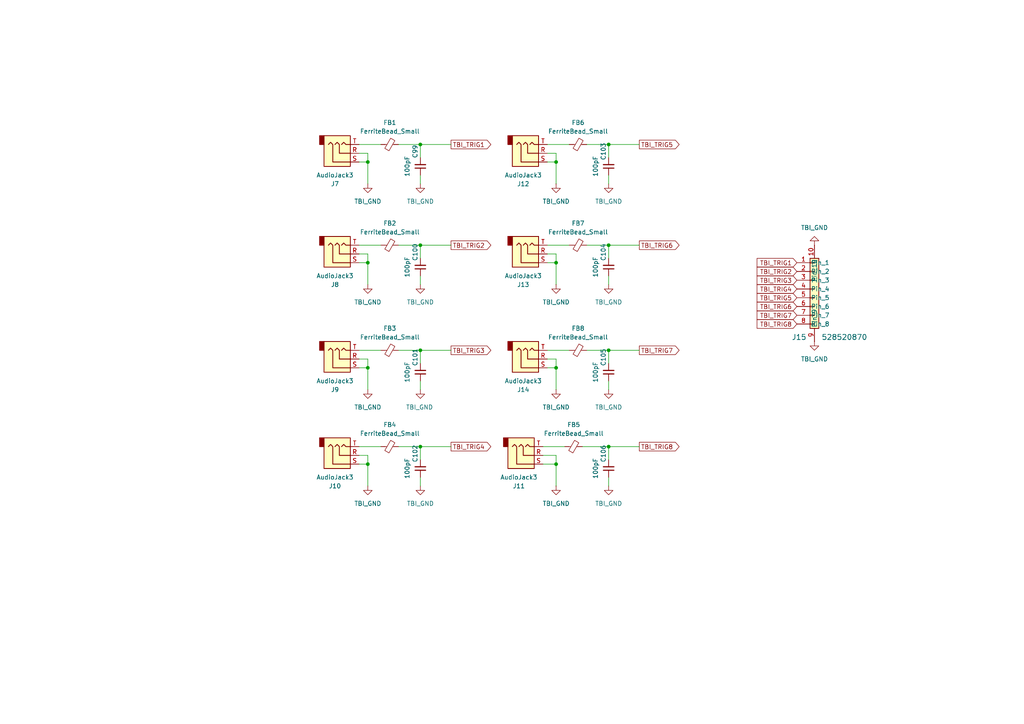
<source format=kicad_sch>
(kicad_sch (version 20231120) (generator "eeschema") (generator_version "8.0")
  (paper "A4")
  (lib_symbols
    (symbol "Connector_Audio:AudioJack3"
      (property "Reference" "J" (at 0 8.89 0))
      (property "Value" "AudioJack3" (at 0 6.35 0))
      (symbol "AudioJack3_0_1"
        (rectangle (start -5.08 -5.08) (end -6.35 -2.54) (stroke (width 0.254)) (fill (type outline)))
        (polyline (pts (xy 0 -2.54) (xy 0.635 -3.175) (xy 1.27 -2.54) (xy 2.54 -2.54)) (stroke (width 0.254)))
        (polyline (pts (xy -1.905 -2.54) (xy -1.27 -3.175) (xy -0.635 -2.54) (xy -0.635 0) (xy 2.54 0)) (stroke (width 0.254)))
        (polyline (pts (xy 2.54 2.54) (xy -2.54 2.54) (xy -2.54 -2.54) (xy -3.175 -3.175) (xy -3.81 -2.54)) (stroke (width 0.254)))
        (rectangle (start 2.54 3.81) (end -5.08 -5.08) (stroke (width 0.254)) (fill (type background)))
      )
      (symbol "AudioJack3_1_1"
        (pin passive line (at 5.08 0 180) (length 2.54) (name "~") (number "R"))
        (pin passive line (at 5.08 2.54 180) (length 2.54) (name "~") (number "S"))
        (pin passive line (at 5.08 -2.54 180) (length 2.54) (name "~") (number "T"))
      )
    )
    (symbol "Device:C_Small" (pin_numbers hide) (pin_names (offset 0.254) hide)
      (property "Reference" "C" (at 0.254 1.778 0))
      (property "Value" "C_Small" (at 0.254 -2.032 0))
      (symbol "C_Small_0_1"
        (polyline (pts (xy -1.524 -0.508) (xy 1.524 -0.508)) (stroke (width 0.3302)))
        (polyline (pts (xy -1.524 0.508) (xy 1.524 0.508)) (stroke (width 0.3048)))
      )
      (symbol "C_Small_1_1"
        (pin passive line (at 0 2.54 270) (length 2.032) (name "~") (number "1"))
        (pin passive line (at 0 -2.54 90) (length 2.032) (name "~") (number "2"))
      )
    )
    (symbol "Device:FerriteBead_Small" (pin_numbers hide) (pin_names (offset 0))
      (property "Reference" "FB" (at 1.905 1.27 0))
      (property "Value" "FerriteBead_Small" (at 1.905 -1.27 0))
      (symbol "FerriteBead_Small_0_1"
        (polyline (pts (xy 0 -1.27) (xy 0 -0.7874)))
        (polyline (pts (xy 0 0.889) (xy 0 1.2954)))
        (polyline (pts (xy -1.8288 0.2794) (xy -1.1176 1.4986) (xy 1.8288 -0.2032) (xy 1.1176 -1.4224) (xy -1.8288 0.2794)))
      )
      (symbol "FerriteBead_Small_1_1"
        (pin passive line (at 0 2.54 270) (length 1.27) (name "~") (number "1"))
        (pin passive line (at 0 -2.54 90) (length 1.27) (name "~") (number "2"))
      )
    )
    (symbol "MOLEX_0528520870:528520870" (pin_names (offset 0.254))
      (property "Reference" "J" (at -2.286 10.668 0))
      (property "Value" "528520870" (at 11.684 10.668 0))
      (symbol "528520870_1_1"
        (rectangle (start 2.54 -10.033) (end 3.81 -10.287) (stroke (width 0.1524)))
        (rectangle (start 2.54 -7.493) (end 3.81 -7.747) (stroke (width 0.1524)))
        (rectangle (start 2.54 -4.953) (end 3.81 -5.207) (stroke (width 0.1524)))
        (rectangle (start 2.54 -2.413) (end 3.81 -2.667) (stroke (width 0.1524)))
        (rectangle (start 2.54 0.127) (end 3.81 -0.127) (stroke (width 0.1524)))
        (rectangle (start 2.54 2.667) (end 3.81 2.413) (stroke (width 0.1524)))
        (rectangle (start 2.54 5.207) (end 3.81 4.953) (stroke (width 0.1524)))
        (rectangle (start 2.54 7.747) (end 3.81 7.493) (stroke (width 0.1524)))
        (rectangle (start 2.54 8.89) (end 5.08 -11.43) (stroke (width 0.254)) (fill (type background)))
        (pin passive line (at -1.27 7.62 0) (length 3.81) (name "Pin_1") (number "1"))
        (pin passive line (at 3.81 12.7 270) (length 3.81) (name "Pin_10") (number "10"))
        (pin passive line (at -1.27 5.08 0) (length 3.81) (name "Pin_2") (number "2"))
        (pin passive line (at -1.27 2.54 0) (length 3.81) (name "Pin_3") (number "3"))
        (pin passive line (at -1.27 0 0) (length 3.81) (name "Pin_4") (number "4"))
        (pin passive line (at -1.27 -2.54 0) (length 3.81) (name "Pin_5") (number "5"))
        (pin passive line (at -1.27 -5.08 0) (length 3.81) (name "Pin_6") (number "6"))
        (pin passive line (at -1.27 -7.62 0) (length 3.81) (name "Pin_7") (number "7"))
        (pin passive line (at -1.27 -10.16 0) (length 3.81) (name "Pin_8") (number "8"))
        (pin passive line (at 3.81 -15.24 90) (length 3.81) (name "Pin_9") (number "9"))
      )
      (symbol "528520870_1_2"
        (polyline (pts (xy 5.08 -20.32) (xy 12.7 -20.32)) (stroke (width 0.127)))
        (polyline (pts (xy 5.08 2.54) (xy 5.08 -20.32)) (stroke (width 0.127)))
        (polyline (pts (xy 7.62 -17.78) (xy 5.08 -17.78)) (stroke (width 0.127)))
        (polyline (pts (xy 7.62 -17.78) (xy 8.89 -18.6267)) (stroke (width 0.127)))
        (polyline (pts (xy 7.62 -17.78) (xy 8.89 -16.9333)) (stroke (width 0.127)))
        (polyline (pts (xy 7.62 -15.24) (xy 5.08 -15.24)) (stroke (width 0.127)))
        (polyline (pts (xy 7.62 -15.24) (xy 8.89 -16.0867)) (stroke (width 0.127)))
        (polyline (pts (xy 7.62 -15.24) (xy 8.89 -14.3933)) (stroke (width 0.127)))
        (polyline (pts (xy 7.62 -12.7) (xy 5.08 -12.7)) (stroke (width 0.127)))
        (polyline (pts (xy 7.62 -12.7) (xy 8.89 -13.5467)) (stroke (width 0.127)))
        (polyline (pts (xy 7.62 -12.7) (xy 8.89 -11.8533)) (stroke (width 0.127)))
        (polyline (pts (xy 7.62 -10.16) (xy 5.08 -10.16)) (stroke (width 0.127)))
        (polyline (pts (xy 7.62 -10.16) (xy 8.89 -11.0067)) (stroke (width 0.127)))
        (polyline (pts (xy 7.62 -10.16) (xy 8.89 -9.3133)) (stroke (width 0.127)))
        (polyline (pts (xy 7.62 -7.62) (xy 5.08 -7.62)) (stroke (width 0.127)))
        (polyline (pts (xy 7.62 -7.62) (xy 8.89 -8.4667)) (stroke (width 0.127)))
        (polyline (pts (xy 7.62 -7.62) (xy 8.89 -6.7733)) (stroke (width 0.127)))
        (polyline (pts (xy 7.62 -5.08) (xy 5.08 -5.08)) (stroke (width 0.127)))
        (polyline (pts (xy 7.62 -5.08) (xy 8.89 -5.9267)) (stroke (width 0.127)))
        (polyline (pts (xy 7.62 -5.08) (xy 8.89 -4.2333)) (stroke (width 0.127)))
        (polyline (pts (xy 7.62 -2.54) (xy 5.08 -2.54)) (stroke (width 0.127)))
        (polyline (pts (xy 7.62 -2.54) (xy 8.89 -3.3867)) (stroke (width 0.127)))
        (polyline (pts (xy 7.62 -2.54) (xy 8.89 -1.6933)) (stroke (width 0.127)))
        (polyline (pts (xy 7.62 0) (xy 5.08 0)) (stroke (width 0.127)))
        (polyline (pts (xy 7.62 0) (xy 8.89 -0.8467)) (stroke (width 0.127)))
        (polyline (pts (xy 7.62 0) (xy 8.89 0.8467)) (stroke (width 0.127)))
        (polyline (pts (xy 12.7 -20.32) (xy 12.7 2.54)) (stroke (width 0.127)))
        (polyline (pts (xy 12.7 2.54) (xy 5.08 2.54)) (stroke (width 0.127)))
        (pin unspecified line (at 0 0 0) (length 5.08) (name "1") (number "1"))
        (pin unspecified line (at 0 -2.54 0) (length 5.08) (name "2") (number "2"))
        (pin unspecified line (at 0 -5.08 0) (length 5.08) (name "3") (number "3"))
        (pin unspecified line (at 0 -7.62 0) (length 5.08) (name "4") (number "4"))
        (pin unspecified line (at 0 -10.16 0) (length 5.08) (name "5") (number "5"))
        (pin unspecified line (at 0 -12.7 0) (length 5.08) (name "6") (number "6"))
        (pin unspecified line (at 0 -15.24 0) (length 5.08) (name "7") (number "7"))
        (pin unspecified line (at 0 -17.78 0) (length 5.08) (name "8") (number "8"))
      )
    )
    (symbol "power:GND" (power) (pin_numbers hide) (pin_names (offset 0) hide)
      (property "Value" "GND" (at 0 -3.81 0))
      (symbol "GND_0_1"
        (polyline (pts (xy 0 0) (xy 0 -1.27) (xy 1.27 -1.27) (xy 0 -2.54) (xy -1.27 -1.27) (xy 0 -1.27)))
      )
      (symbol "GND_1_1"
        (pin power_in line (at 0 0 270) (length 0) (name "~") (number "1"))
      )
    )
  )
  (junction (at 121.92 101.6))
  (junction (at 176.53 41.91))
  (junction (at 106.68 134.62))
  (junction (at 106.68 46.99))
  (junction (at 161.29 134.62))
  (junction (at 106.68 106.68))
  (junction (at 161.29 46.99))
  (junction (at 161.29 106.68))
  (junction (at 106.68 76.2))
  (junction (at 161.29 76.2))
  (junction (at 176.53 71.12))
  (junction (at 121.92 129.54))
  (junction (at 176.53 129.54))
  (junction (at 121.92 71.12))
  (junction (at 176.53 101.6))
  (junction (at 121.92 41.91))
  (wire (pts (xy 104.14 129.54) (xy 110.49 129.54)))
  (wire (pts (xy 106.68 46.99) (xy 106.68 53.34)))
  (wire (pts (xy 106.68 134.62) (xy 106.68 140.97)))
  (wire (pts (xy 157.48 134.62) (xy 161.29 134.62)))
  (wire (pts (xy 104.14 101.6) (xy 110.49 101.6)))
  (wire (pts (xy 161.29 46.99) (xy 161.29 53.34)))
  (wire (pts (xy 121.92 129.54) (xy 115.57 129.54)))
  (wire (pts (xy 104.14 41.91) (xy 110.49 41.91)))
  (wire (pts (xy 121.92 129.54) (xy 121.92 133.35)))
  (wire (pts (xy 176.53 53.34) (xy 176.53 50.8)))
  (wire (pts (xy 106.68 76.2) (xy 106.68 82.55)))
  (wire (pts (xy 158.75 104.14) (xy 161.29 104.14)))
  (wire (pts (xy 176.53 129.54) (xy 185.42 129.54)))
  (wire (pts (xy 176.53 101.6) (xy 176.53 105.41)))
  (wire (pts (xy 176.53 101.6) (xy 185.42 101.6)))
  (wire (pts (xy 121.92 129.54) (xy 130.81 129.54)))
  (wire (pts (xy 161.29 104.14) (xy 161.29 106.68)))
  (wire (pts (xy 176.53 71.12) (xy 185.42 71.12)))
  (wire (pts (xy 176.53 41.91) (xy 185.42 41.91)))
  (wire (pts (xy 176.53 41.91) (xy 170.18 41.91)))
  (wire (pts (xy 106.68 106.68) (xy 106.68 113.03)))
  (wire (pts (xy 170.18 71.12) (xy 176.53 71.12)))
  (wire (pts (xy 115.57 71.12) (xy 121.92 71.12)))
  (wire (pts (xy 104.14 46.99) (xy 106.68 46.99)))
  (wire (pts (xy 158.75 73.66) (xy 161.29 73.66)))
  (wire (pts (xy 170.18 101.6) (xy 176.53 101.6)))
  (wire (pts (xy 104.14 134.62) (xy 106.68 134.62)))
  (wire (pts (xy 104.14 132.08) (xy 106.68 132.08)))
  (wire (pts (xy 161.29 73.66) (xy 161.29 76.2)))
  (wire (pts (xy 161.29 132.08) (xy 161.29 134.62)))
  (wire (pts (xy 161.29 76.2) (xy 161.29 82.55)))
  (wire (pts (xy 158.75 44.45) (xy 161.29 44.45)))
  (wire (pts (xy 176.53 113.03) (xy 176.53 110.49)))
  (wire (pts (xy 158.75 101.6) (xy 165.1 101.6)))
  (wire (pts (xy 104.14 73.66) (xy 106.68 73.66)))
  (wire (pts (xy 121.92 41.91) (xy 130.81 41.91)))
  (wire (pts (xy 121.92 101.6) (xy 115.57 101.6)))
  (wire (pts (xy 158.75 71.12) (xy 165.1 71.12)))
  (wire (pts (xy 121.92 71.12) (xy 121.92 74.93)))
  (wire (pts (xy 106.68 44.45) (xy 106.68 46.99)))
  (wire (pts (xy 121.92 80.01) (xy 121.92 82.55)))
  (wire (pts (xy 161.29 134.62) (xy 161.29 140.97)))
  (wire (pts (xy 115.57 41.91) (xy 121.92 41.91)))
  (wire (pts (xy 104.14 106.68) (xy 106.68 106.68)))
  (wire (pts (xy 106.68 73.66) (xy 106.68 76.2)))
  (wire (pts (xy 176.53 129.54) (xy 176.53 133.35)))
  (wire (pts (xy 168.91 129.54) (xy 176.53 129.54)))
  (wire (pts (xy 157.48 129.54) (xy 163.83 129.54)))
  (wire (pts (xy 158.75 106.68) (xy 161.29 106.68)))
  (wire (pts (xy 104.14 44.45) (xy 106.68 44.45)))
  (wire (pts (xy 157.48 132.08) (xy 161.29 132.08)))
  (wire (pts (xy 104.14 76.2) (xy 106.68 76.2)))
  (wire (pts (xy 121.92 140.97) (xy 121.92 138.43)))
  (wire (pts (xy 104.14 104.14) (xy 106.68 104.14)))
  (wire (pts (xy 161.29 106.68) (xy 161.29 113.03)))
  (wire (pts (xy 161.29 44.45) (xy 161.29 46.99)))
  (wire (pts (xy 176.53 82.55) (xy 176.53 80.01)))
  (wire (pts (xy 106.68 104.14) (xy 106.68 106.68)))
  (wire (pts (xy 158.75 41.91) (xy 165.1 41.91)))
  (wire (pts (xy 104.14 71.12) (xy 110.49 71.12)))
  (wire (pts (xy 121.92 113.03) (xy 121.92 110.49)))
  (wire (pts (xy 176.53 140.97) (xy 176.53 138.43)))
  (wire (pts (xy 106.68 132.08) (xy 106.68 134.62)))
  (wire (pts (xy 176.53 41.91) (xy 176.53 45.72)))
  (wire (pts (xy 121.92 53.34) (xy 121.92 50.8)))
  (wire (pts (xy 121.92 71.12) (xy 130.81 71.12)))
  (wire (pts (xy 121.92 41.91) (xy 121.92 45.72)))
  (wire (pts (xy 121.92 101.6) (xy 121.92 105.41)))
  (wire (pts (xy 176.53 71.12) (xy 176.53 74.93)))
  (wire (pts (xy 121.92 101.6) (xy 130.81 101.6)))
  (wire (pts (xy 158.75 46.99) (xy 161.29 46.99)))
  (wire (pts (xy 158.75 76.2) (xy 161.29 76.2)))
  (global_label "TBI_TRIG6" (shape input) (at 231.14 88.9 180) (property "Intersheetrefs" "${INTERSHEET_REFS}" (effects (hide yes))))
  (global_label "TBI_TRIG4" (shape output) (at 130.81 129.54 0) (property "Intersheetrefs" "${INTERSHEET_REFS}" (effects (hide yes))))
  (global_label "TBI_TRIG6" (shape output) (at 185.42 71.12 0) (property "Intersheetrefs" "${INTERSHEET_REFS}" (effects (hide yes))))
  (global_label "TBI_TRIG2" (shape input) (at 231.14 78.74 180) (property "Intersheetrefs" "${INTERSHEET_REFS}" (effects (hide yes))))
  (global_label "TBI_TRIG4" (shape input) (at 231.14 83.82 180) (property "Intersheetrefs" "${INTERSHEET_REFS}" (effects (hide yes))))
  (global_label "TBI_TRIG3" (shape input) (at 231.14 81.28 180) (property "Intersheetrefs" "${INTERSHEET_REFS}" (effects (hide yes))))
  (global_label "TBI_TRIG7" (shape output) (at 185.42 101.6 0) (property "Intersheetrefs" "${INTERSHEET_REFS}" (effects (hide yes))))
  (global_label "TBI_TRIG8" (shape output) (at 185.42 129.54 0) (property "Intersheetrefs" "${INTERSHEET_REFS}" (effects (hide yes))))
  (global_label "TBI_TRIG7" (shape input) (at 231.14 91.44 180) (property "Intersheetrefs" "${INTERSHEET_REFS}" (effects (hide yes))))
  (global_label "TBI_TRIG1" (shape output) (at 130.81 41.91 0) (property "Intersheetrefs" "${INTERSHEET_REFS}" (effects (hide yes))))
  (global_label "TBI_TRIG5" (shape output) (at 185.42 41.91 0) (property "Intersheetrefs" "${INTERSHEET_REFS}" (effects (hide yes))))
  (global_label "TBI_TRIG3" (shape output) (at 130.81 101.6 0) (property "Intersheetrefs" "${INTERSHEET_REFS}" (effects (hide yes))))
  (global_label "TBI_TRIG1" (shape input) (at 231.14 76.2 180) (property "Intersheetrefs" "${INTERSHEET_REFS}" (effects (hide yes))))
  (global_label "TBI_TRIG5" (shape input) (at 231.14 86.36 180) (property "Intersheetrefs" "${INTERSHEET_REFS}" (effects (hide yes))))
  (global_label "TBI_TRIG8" (shape input) (at 231.14 93.98 180) (property "Intersheetrefs" "${INTERSHEET_REFS}" (effects (hide yes))))
  (global_label "TBI_TRIG2" (shape output) (at 130.81 71.12 0) (property "Intersheetrefs" "${INTERSHEET_REFS}" (effects (hide yes))))
  (symbol (lib_id "power:GND") (at 121.92 82.55 0) (unit 1) (exclude_from_sim yes)
    (property "Reference" "#PWR0147" (effects (hide yes)))
    (property "Value" "TBI_GND" (at 121.92 87.63 0))
    (property "Description" "Power symbol creates a global label with name \"GND\" , ground" (effects (hide yes)))
  )
  (symbol (lib_id "Device:FerriteBead_Small") (at 113.03 129.54 270) (unit 1) (exclude_from_sim yes)
    (property "Reference" "FB4" (at 113.0681 123.19 90))
    (property "Value" "FerriteBead_Small" (at 113.0681 125.73 90))
    (property "Footprint" "Inductor_SMD:L_0603_1608Metric" (effects (hide yes)))
    (property "Description" "Ferrite bead, small symbol" (effects (hide yes)))
    (property "Sim.Library" "SPICE_Models\\BLM21AG601SH1.mod" (effects (hide yes)))
    (property "Sim.Name" "BLM21AG601SH1" (effects (hide yes)))
    (property "Sim.Device" "SUBCKT" (effects (hide yes)))
    (property "Sim.Pins" "1=port1 2=port2" (effects (hide yes)))
    (property "Board" "Trigger Board" (effects (hide yes)))
  )
  (symbol (lib_id "power:GND") (at 106.68 113.03 0) (unit 1) (exclude_from_sim yes)
    (property "Reference" "#PWR0144" (effects (hide yes)))
    (property "Value" "TBI_GND" (at 106.68 118.11 0))
    (property "Description" "Power symbol creates a global label with name \"GND\" , ground" (effects (hide yes)))
  )
  (symbol (lib_id "power:GND") (at 161.29 140.97 0) (unit 1) (exclude_from_sim yes)
    (property "Reference" "#PWR0153" (effects (hide yes)))
    (property "Value" "TBI_GND" (at 161.29 146.05 0))
    (property "Description" "Power symbol creates a global label with name \"GND\" , ground" (effects (hide yes)))
  )
  (symbol (lib_id "power:GND") (at 106.68 82.55 0) (unit 1) (exclude_from_sim yes)
    (property "Reference" "#PWR0143" (effects (hide yes)))
    (property "Value" "TBI_GND" (at 106.68 87.63 0))
    (property "Description" "Power symbol creates a global label with name \"GND\" , ground" (effects (hide yes)))
  )
  (symbol (lib_id "power:GND") (at 121.92 53.34 0) (unit 1) (exclude_from_sim yes)
    (property "Reference" "#PWR0146" (effects (hide yes)))
    (property "Value" "TBI_GND" (at 121.92 58.42 0))
    (property "Description" "Power symbol creates a global label with name \"GND\" , ground" (effects (hide yes)))
  )
  (symbol (lib_id "Device:C_Small") (at 176.53 77.47 180) (unit 1) (exclude_from_sim yes)
    (property "Reference" "C104" (at 175.006 73.152 90))
    (property "Value" "100pF" (at 172.72 77.4637 90))
    (property "Footprint" "Capacitor_SMD:C_0603_1608Metric" (effects (hide yes)))
    (property "Description" "Unpolarized capacitor, small symbol" (effects (hide yes)))
    (property "Board" "Trigger Board" (effects (hide yes)))
  )
  (symbol (lib_id "Connector_Audio:AudioJack3") (at 153.67 73.66 0) (mirror x) (unit 1) (exclude_from_sim yes)
    (property "Reference" "J13" (at 151.765 82.55 0))
    (property "Value" "AudioJack3" (at 151.765 80.01 0))
    (property "Footprint" "Connector_Audio:Jack_3.5mm_CUI_SJ1-3523N_Horizontal" (effects (hide yes)))
    (property "Description" "Audio Jack, 3 Poles (Stereo / TRS)" (effects (hide yes)))
    (property "Board" "Trigger Board" (effects (hide yes)))
  )
  (symbol (lib_id "Device:FerriteBead_Small") (at 113.03 71.12 270) (unit 1) (exclude_from_sim yes)
    (property "Reference" "FB2" (at 113.0681 64.77 90))
    (property "Value" "FerriteBead_Small" (at 113.0681 67.31 90))
    (property "Footprint" "Inductor_SMD:L_0603_1608Metric" (effects (hide yes)))
    (property "Description" "Ferrite bead, small symbol" (effects (hide yes)))
    (property "Sim.Library" "SPICE_Models\\BLM21AG601SH1.mod" (effects (hide yes)))
    (property "Sim.Name" "BLM21AG601SH1" (effects (hide yes)))
    (property "Sim.Device" "SUBCKT" (effects (hide yes)))
    (property "Sim.Pins" "1=port1 2=port2" (effects (hide yes)))
    (property "Board" "Trigger Board" (effects (hide yes)))
  )
  (symbol (lib_id "Connector_Audio:AudioJack3") (at 153.67 104.14 0) (mirror x) (unit 1) (exclude_from_sim yes)
    (property "Reference" "J14" (at 151.765 113.03 0))
    (property "Value" "AudioJack3" (at 151.765 110.49 0))
    (property "Footprint" "Connector_Audio:Jack_3.5mm_CUI_SJ1-3523N_Horizontal" (effects (hide yes)))
    (property "Description" "Audio Jack, 3 Poles (Stereo / TRS)" (effects (hide yes)))
    (property "Board" "Trigger Board" (effects (hide yes)))
  )
  (symbol (lib_id "power:GND") (at 161.29 53.34 0) (unit 1) (exclude_from_sim yes)
    (property "Reference" "#PWR0150" (effects (hide yes)))
    (property "Value" "TBI_GND" (at 161.29 58.42 0))
    (property "Description" "Power symbol creates a global label with name \"GND\" , ground" (effects (hide yes)))
  )
  (symbol (lib_id "power:GND") (at 176.53 82.55 0) (unit 1) (exclude_from_sim yes)
    (property "Reference" "#PWR0155" (effects (hide yes)))
    (property "Value" "TBI_GND" (at 176.53 87.63 0))
    (property "Description" "Power symbol creates a global label with name \"GND\" , ground" (effects (hide yes)))
  )
  (symbol (lib_id "power:GND") (at 176.53 113.03 0) (unit 1) (exclude_from_sim yes)
    (property "Reference" "#PWR0156" (effects (hide yes)))
    (property "Value" "TBI_GND" (at 176.53 118.11 0))
    (property "Description" "Power symbol creates a global label with name \"GND\" , ground" (effects (hide yes)))
  )
  (symbol (lib_id "Connector_Audio:AudioJack3") (at 152.4 132.08 0) (mirror x) (unit 1) (exclude_from_sim yes)
    (property "Reference" "J11" (at 150.495 140.97 0))
    (property "Value" "AudioJack3" (at 150.495 138.43 0))
    (property "Footprint" "Connector_Audio:Jack_3.5mm_CUI_SJ1-3523N_Horizontal" (effects (hide yes)))
    (property "Description" "Audio Jack, 3 Poles (Stereo / TRS)" (effects (hide yes)))
    (property "Board" "Trigger Board" (effects (hide yes)))
  )
  (symbol (lib_id "power:GND") (at 236.22 71.12 180) (unit 1) (exclude_from_sim yes)
    (property "Reference" "#PWR0158" (effects (hide yes)))
    (property "Value" "TBI_GND" (at 236.22 66.04 0))
    (property "Description" "Power symbol creates a global label with name \"GND\" , ground" (effects (hide yes)))
  )
  (symbol (lib_id "Device:C_Small") (at 121.92 77.47 180) (unit 1) (exclude_from_sim yes)
    (property "Reference" "C100" (at 120.396 73.152 90))
    (property "Value" "100pF" (at 118.11 77.4637 90))
    (property "Footprint" "Capacitor_SMD:C_0603_1608Metric" (effects (hide yes)))
    (property "Description" "Unpolarized capacitor, small symbol" (effects (hide yes)))
    (property "Board" "Trigger Board" (effects (hide yes)))
  )
  (symbol (lib_id "power:GND") (at 176.53 53.34 0) (unit 1) (exclude_from_sim yes)
    (property "Reference" "#PWR0154" (effects (hide yes)))
    (property "Value" "TBI_GND" (at 176.53 58.42 0))
    (property "Description" "Power symbol creates a global label with name \"GND\" , ground" (effects (hide yes)))
  )
  (symbol (lib_id "Connector_Audio:AudioJack3") (at 99.06 73.66 0) (mirror x) (unit 1) (exclude_from_sim yes)
    (property "Reference" "J8" (at 97.155 82.55 0))
    (property "Value" "AudioJack3" (at 97.155 80.01 0))
    (property "Footprint" "Connector_Audio:Jack_3.5mm_CUI_SJ1-3523N_Horizontal" (effects (hide yes)))
    (property "Description" "Audio Jack, 3 Poles (Stereo / TRS)" (effects (hide yes)))
    (property "Board" "Trigger Board" (effects (hide yes)))
  )
  (symbol (lib_id "Device:FerriteBead_Small") (at 113.03 101.6 270) (unit 1) (exclude_from_sim yes)
    (property "Reference" "FB3" (at 113.0681 95.25 90))
    (property "Value" "FerriteBead_Small" (at 113.0681 97.79 90))
    (property "Footprint" "Inductor_SMD:L_0603_1608Metric" (effects (hide yes)))
    (property "Description" "Ferrite bead, small symbol" (effects (hide yes)))
    (property "Sim.Library" "SPICE_Models\\BLM21AG601SH1.mod" (effects (hide yes)))
    (property "Sim.Name" "BLM21AG601SH1" (effects (hide yes)))
    (property "Sim.Device" "SUBCKT" (effects (hide yes)))
    (property "Sim.Pins" "1=port1 2=port2" (effects (hide yes)))
    (property "Board" "Trigger Board" (effects (hide yes)))
  )
  (symbol (lib_id "Device:C_Small") (at 121.92 48.26 180) (unit 1) (exclude_from_sim yes)
    (property "Reference" "C99" (at 120.396 43.942 90))
    (property "Value" "100pF" (at 118.11 48.2537 90))
    (property "Footprint" "Capacitor_SMD:C_0603_1608Metric" (effects (hide yes)))
    (property "Description" "Unpolarized capacitor, small symbol" (effects (hide yes)))
    (property "Board" "Trigger Board" (effects (hide yes)))
  )
  (symbol (lib_id "power:GND") (at 106.68 140.97 0) (unit 1) (exclude_from_sim yes)
    (property "Reference" "#PWR0145" (effects (hide yes)))
    (property "Value" "TBI_GND" (at 106.68 146.05 0))
    (property "Description" "Power symbol creates a global label with name \"GND\" , ground" (effects (hide yes)))
  )
  (symbol (lib_id "power:GND") (at 161.29 113.03 0) (unit 1) (exclude_from_sim yes)
    (property "Reference" "#PWR0152" (effects (hide yes)))
    (property "Value" "TBI_GND" (at 161.29 118.11 0))
    (property "Description" "Power symbol creates a global label with name \"GND\" , ground" (effects (hide yes)))
  )
  (symbol (lib_id "MOLEX_0528520870:528520870") (at 232.41 83.82 0) (unit 1) (exclude_from_sim yes)
    (property "Reference" "J15" (at 229.616 97.79 0) (effects (font (size 1.524 1.524)) (justify left)))
    (property "Value" "528520870" (at 238.252 97.79 0) (effects (font (size 1.524 1.524)) (justify left)))
    (property "Footprint" "mod:CONN_MOLEX_528520870" (effects (hide yes)))
    (property "Datasheet" "528520870" (effects (hide yes)))
  )
  (symbol (lib_id "Device:C_Small") (at 176.53 135.89 180) (unit 1) (exclude_from_sim yes)
    (property "Reference" "C106" (at 175.006 131.572 90))
    (property "Value" "100pF" (at 172.72 135.8837 90))
    (property "Footprint" "Capacitor_SMD:C_0603_1608Metric" (effects (hide yes)))
    (property "Description" "Unpolarized capacitor, small symbol" (effects (hide yes)))
    (property "Board" "Trigger Board" (effects (hide yes)))
  )
  (symbol (lib_id "Connector_Audio:AudioJack3") (at 99.06 132.08 0) (mirror x) (unit 1) (exclude_from_sim yes)
    (property "Reference" "J10" (at 97.155 140.97 0))
    (property "Value" "AudioJack3" (at 97.155 138.43 0))
    (property "Footprint" "Connector_Audio:Jack_3.5mm_CUI_SJ1-3523N_Horizontal" (effects (hide yes)))
    (property "Description" "Audio Jack, 3 Poles (Stereo / TRS)" (effects (hide yes)))
    (property "Board" "Trigger Board" (effects (hide yes)))
  )
  (symbol (lib_id "power:GND") (at 121.92 113.03 0) (unit 1) (exclude_from_sim yes)
    (property "Reference" "#PWR0148" (effects (hide yes)))
    (property "Value" "TBI_GND" (at 121.666 118.11 0))
    (property "Description" "Power symbol creates a global label with name \"GND\" , ground" (effects (hide yes)))
  )
  (symbol (lib_id "Device:C_Small") (at 176.53 48.26 180) (unit 1) (exclude_from_sim yes)
    (property "Reference" "C103" (at 175.006 43.942 90))
    (property "Value" "100pF" (at 172.72 48.2537 90))
    (property "Footprint" "Capacitor_SMD:C_0603_1608Metric" (effects (hide yes)))
    (property "Description" "Unpolarized capacitor, small symbol" (effects (hide yes)))
    (property "Board" "Trigger Board" (effects (hide yes)))
  )
  (symbol (lib_id "power:GND") (at 161.29 82.55 0) (unit 1) (exclude_from_sim yes)
    (property "Reference" "#PWR0151" (effects (hide yes)))
    (property "Value" "TBI_GND" (at 161.29 87.63 0))
    (property "Description" "Power symbol creates a global label with name \"GND\" , ground" (effects (hide yes)))
  )
  (symbol (lib_id "Device:FerriteBead_Small") (at 113.03 41.91 270) (unit 1) (exclude_from_sim yes)
    (property "Reference" "FB1" (at 113.0681 35.56 90))
    (property "Value" "FerriteBead_Small" (at 113.0681 38.1 90))
    (property "Footprint" "Inductor_SMD:L_0603_1608Metric" (effects (hide yes)))
    (property "Description" "Ferrite bead, small symbol" (effects (hide yes)))
    (property "Sim.Library" "SPICE_Models\\BLM21AG601SH1.mod" (effects (hide yes)))
    (property "Sim.Name" "BLM21AG601SH1" (effects (hide yes)))
    (property "Sim.Device" "SUBCKT" (effects (hide yes)))
    (property "Sim.Pins" "1=port1 2=port2" (effects (hide yes)))
    (property "Board" "Trigger Board" (effects (hide yes)))
  )
  (symbol (lib_id "Connector_Audio:AudioJack3") (at 99.06 104.14 0) (mirror x) (unit 1) (exclude_from_sim yes)
    (property "Reference" "J9" (at 97.155 113.03 0))
    (property "Value" "AudioJack3" (at 97.155 110.49 0))
    (property "Footprint" "Connector_Audio:Jack_3.5mm_CUI_SJ1-3523N_Horizontal" (effects (hide yes)))
    (property "Description" "Audio Jack, 3 Poles (Stereo / TRS)" (effects (hide yes)))
    (property "Board" "Trigger Board" (effects (hide yes)))
  )
  (symbol (lib_id "Device:FerriteBead_Small") (at 167.64 101.6 270) (unit 1) (exclude_from_sim yes)
    (property "Reference" "FB8" (at 167.6781 95.25 90))
    (property "Value" "FerriteBead_Small" (at 167.6781 97.79 90))
    (property "Footprint" "Inductor_SMD:L_0603_1608Metric" (effects (hide yes)))
    (property "Description" "Ferrite bead, small symbol" (effects (hide yes)))
    (property "Sim.Library" "SPICE_Models\\BLM21AG601SH1.mod" (effects (hide yes)))
    (property "Sim.Name" "BLM21AG601SH1" (effects (hide yes)))
    (property "Sim.Device" "SUBCKT" (effects (hide yes)))
    (property "Sim.Pins" "1=port1 2=port2" (effects (hide yes)))
    (property "Board" "Trigger Board" (effects (hide yes)))
  )
  (symbol (lib_id "Device:C_Small") (at 121.92 135.89 180) (unit 1) (exclude_from_sim yes)
    (property "Reference" "C102" (at 120.396 131.572 90))
    (property "Value" "100pF" (at 118.11 135.8837 90))
    (property "Footprint" "Capacitor_SMD:C_0603_1608Metric" (effects (hide yes)))
    (property "Description" "Unpolarized capacitor, small symbol" (effects (hide yes)))
    (property "Board" "Trigger Board" (effects (hide yes)))
  )
  (symbol (lib_id "Connector_Audio:AudioJack3") (at 99.06 44.45 0) (mirror x) (unit 1) (exclude_from_sim yes)
    (property "Reference" "J7" (at 97.155 53.34 0))
    (property "Value" "AudioJack3" (at 97.155 50.8 0))
    (property "Footprint" "Connector_Audio:Jack_3.5mm_CUI_SJ1-3523N_Horizontal" (effects (hide yes)))
    (property "Description" "Audio Jack, 3 Poles (Stereo / TRS)" (effects (hide yes)))
    (property "Board" "Trigger Board" (effects (hide yes)))
  )
  (symbol (lib_id "Device:FerriteBead_Small") (at 167.64 41.91 270) (unit 1) (exclude_from_sim yes)
    (property "Reference" "FB6" (at 167.6781 35.56 90))
    (property "Value" "FerriteBead_Small" (at 167.6781 38.1 90))
    (property "Footprint" "Inductor_SMD:L_0603_1608Metric" (effects (hide yes)))
    (property "Description" "Ferrite bead, small symbol" (effects (hide yes)))
    (property "Sim.Library" "SPICE_Models\\BLM21AG601SH1.mod" (effects (hide yes)))
    (property "Sim.Name" "BLM21AG601SH1" (effects (hide yes)))
    (property "Sim.Device" "SUBCKT" (effects (hide yes)))
    (property "Sim.Pins" "1=port1 2=port2" (effects (hide yes)))
    (property "Board" "Trigger Board" (effects (hide yes)))
  )
  (symbol (lib_id "Device:C_Small") (at 176.53 107.95 180) (unit 1) (exclude_from_sim yes)
    (property "Reference" "C105" (at 175.006 103.632 90))
    (property "Value" "100pF" (at 172.72 107.9437 90))
    (property "Footprint" "Capacitor_SMD:C_0603_1608Metric" (effects (hide yes)))
    (property "Description" "Unpolarized capacitor, small symbol" (effects (hide yes)))
    (property "Board" "Trigger Board" (effects (hide yes)))
  )
  (symbol (lib_id "power:GND") (at 106.68 53.34 0) (unit 1) (exclude_from_sim yes)
    (property "Reference" "#PWR0142" (effects (hide yes)))
    (property "Value" "TBI_GND" (at 106.68 58.42 0))
    (property "Description" "Power symbol creates a global label with name \"GND\" , ground" (effects (hide yes)))
  )
  (symbol (lib_id "power:GND") (at 121.92 140.97 0) (unit 1) (exclude_from_sim yes)
    (property "Reference" "#PWR0149" (effects (hide yes)))
    (property "Value" "TBI_GND" (at 121.92 146.05 0))
    (property "Description" "Power symbol creates a global label with name \"GND\" , ground" (effects (hide yes)))
  )
  (symbol (lib_id "Device:C_Small") (at 121.92 107.95 180) (unit 1) (exclude_from_sim yes)
    (property "Reference" "C101" (at 120.396 103.632 90))
    (property "Value" "100pF" (at 118.11 107.9437 90))
    (property "Footprint" "Capacitor_SMD:C_0603_1608Metric" (effects (hide yes)))
    (property "Description" "Unpolarized capacitor, small symbol" (effects (hide yes)))
    (property "Board" "Trigger Board" (effects (hide yes)))
  )
  (symbol (lib_id "power:GND") (at 236.22 99.06 0) (unit 1) (exclude_from_sim yes)
    (property "Reference" "#PWR0159" (effects (hide yes)))
    (property "Value" "TBI_GND" (at 236.22 104.14 0))
    (property "Description" "Power symbol creates a global label with name \"GND\" , ground" (effects (hide yes)))
  )
  (symbol (lib_id "Device:FerriteBead_Small") (at 167.64 71.12 270) (unit 1) (exclude_from_sim yes)
    (property "Reference" "FB7" (at 167.6781 64.77 90))
    (property "Value" "FerriteBead_Small" (at 167.6781 67.31 90))
    (property "Footprint" "Inductor_SMD:L_0603_1608Metric" (effects (hide yes)))
    (property "Description" "Ferrite bead, small symbol" (effects (hide yes)))
    (property "Sim.Library" "SPICE_Models\\BLM21AG601SH1.mod" (effects (hide yes)))
    (property "Sim.Name" "BLM21AG601SH1" (effects (hide yes)))
    (property "Sim.Device" "SUBCKT" (effects (hide yes)))
    (property "Sim.Pins" "1=port1 2=port2" (effects (hide yes)))
    (property "Board" "Trigger Board" (effects (hide yes)))
  )
  (symbol (lib_id "power:GND") (at 176.53 140.97 0) (unit 1) (exclude_from_sim yes)
    (property "Reference" "#PWR0157" (effects (hide yes)))
    (property "Value" "TBI_GND" (at 176.53 146.05 0))
    (property "Description" "Power symbol creates a global label with name \"GND\" , ground" (effects (hide yes)))
  )
  (symbol (lib_id "Device:FerriteBead_Small") (at 166.37 129.54 270) (unit 1) (exclude_from_sim yes)
    (property "Reference" "FB5" (at 166.4081 123.19 90))
    (property "Value" "FerriteBead_Small" (at 166.4081 125.73 90))
    (property "Footprint" "Inductor_SMD:L_0603_1608Metric" (effects (hide yes)))
    (property "Description" "Ferrite bead, small symbol" (effects (hide yes)))
    (property "Sim.Library" "SPICE_Models\\BLM21AG601SH1.mod" (effects (hide yes)))
    (property "Sim.Name" "BLM21AG601SH1" (effects (hide yes)))
    (property "Sim.Device" "SUBCKT" (effects (hide yes)))
    (property "Sim.Pins" "1=port1 2=port2" (effects (hide yes)))
    (property "Board" "Trigger Board" (effects (hide yes)))
  )
  (symbol (lib_id "Connector_Audio:AudioJack3") (at 153.67 44.45 0) (mirror x) (unit 1) (exclude_from_sim yes)
    (property "Reference" "J12" (at 151.765 53.34 0))
    (property "Value" "AudioJack3" (at 151.765 50.8 0))
    (property "Footprint" "Connector_Audio:Jack_3.5mm_CUI_SJ1-3523N_Horizontal" (effects (hide yes)))
    (property "Description" "Audio Jack, 3 Poles (Stereo / TRS)" (effects (hide yes)))
    (property "Board" "Trigger Board" (effects (hide yes)))
  )
)
</source>
